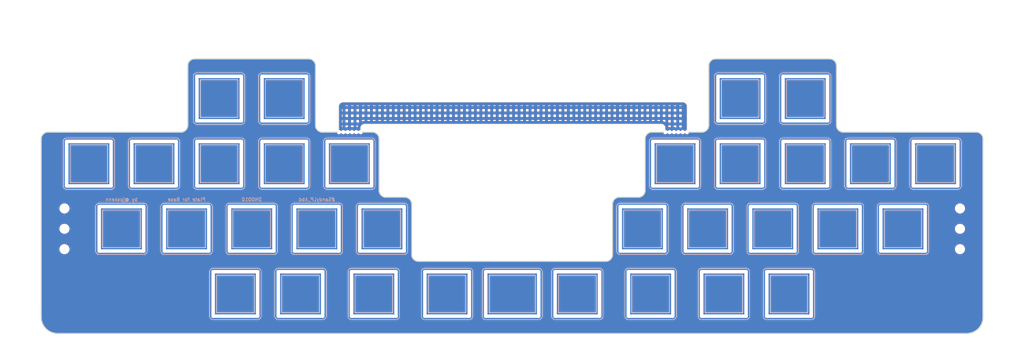
<source format=kicad_pcb>
(kicad_pcb (version 20240108) (generator "pcbnew") (generator_version "8.0")
  (title_block (title "Sandy") (date "2023-01-06") (rev "v.0") (company "@jpskenn"))
  (layers (0 "F.Cu" signal) (31 "B.Cu" signal) (34 "B.Paste" user) (35 "F.Paste" user) (36 "B.SilkS" user "B.Silkscreen") (37 "F.SilkS" user "F.Silkscreen") (38 "B.Mask" user) (39 "F.Mask" user) (44 "Edge.Cuts" user))
  (net 0 "")
  (footprint "locallib:MX-Switch-Hole-with-narrow-frame" (layer "F.Cu") (at 64.747345 84.25032)
    (property "Reference" "SW_X1" (hide yes))
    (property "Value" "SW_Push")
  )
  (footprint "locallib:MX-Switch-Hole-with-narrow-frame" (layer "F.Cu") (at 74.272345 65.20032)
    (property "Reference" "SW_S1" (hide yes))
    (property "Value" "SW_Push")
  )
  (footprint "locallib:MX-Switch-Hole-with-narrow-frame" (layer "F.Cu") (at 255.247345 84.25032)
    (property "Reference" "SW_>1" (hide yes))
    (property "Value" "SW_Push")
  )
  (footprint "locallib:SandyLP_outline_Plate_Base_small_panel" (layer "F.Cu") (at 17.122345 17.57532)
    (property "Reference" "REF**" (hide yes))
    (property "Value" "60_Outline" (hide yes))
    (fp_line (start 5.1125 92.51871) (end 5.1125 40.39996) (stroke (width 0.3)) (layer "Edge.Cuts"))
    (fp_line (start 7.1125 38.39996) (end 45.9875 38.39996) (stroke (width 0.3)) (layer "Edge.Cuts"))
    (fp_line (start 47.9875 18.96871) (end 47.9875 36.39996) (stroke (width 0.3)) (layer "Edge.Cuts"))
    (fp_line (start 49.9875 16.96871) (end 83.325 16.96871) (stroke (width 0.3)) (layer "Edge.Cuts"))
    (fp_line (start 85.325 18.96871) (end 85.325 36.39996) (stroke (width 0.3)) (layer "Edge.Cuts"))
    (fp_line (start 87.325 38.39996) (end 92.165554 38.399957) (stroke (width 0.3)) (layer "Edge.Cuts"))
    (fp_line (start 92.165554 30.859335) (end 92.165554 38.399957) (stroke (width 0.12)) (layer "Edge.Cuts"))
    (fp_line (start 98.515551 37.209335) (end 98.515554 38.39996) (stroke (width 0.12)) (layer "Edge.Cuts"))
    (fp_line (start 98.515554 38.39996) (end 101.946875 38.39996) (stroke (width 0.3)) (layer "Edge.Cuts"))
    (fp_line (start 99.706179 36.018707) (end 186.462576 36.01871) (stroke (width 0.12)) (layer "Edge.Cuts"))
    (fp_line (start 103.946875 40.39996) (end 103.946875 55.44996) (stroke (width 0.3)) (layer "Edge.Cuts"))
    (fp_line (start 105.946875 57.44996) (end 111.471875 57.44996) (stroke (width 0.3)) (layer "Edge.Cuts"))
    (fp_line (start 113.471875 59.44996) (end 113.471875 74.2) (stroke (width 0.3)) (layer "Edge.Cuts"))
    (fp_line (start 170.228125 76.2) (end 115.471875 76.2) (stroke (width 0.3)) (layer "Edge.Cuts"))
    (fp_line (start 172.228125 59.44996) (end 172.228125 74.2) (stroke (width 0.3)) (layer "Edge.Cuts"))
    (fp_line (start 179.753125 57.44996) (end 174.228125 57.44996) (stroke (width 0.3)) (layer "Edge.Cuts"))
    (fp_line (start 181.753125 40.39996) (end 181.753125 55.44996) (stroke (width 0.3)) (layer "Edge.Cuts"))
    (fp_line (start 187.653201 37.209335) (end 187.653201 38.39996) (stroke (width 0.12)) (layer "Edge.Cuts"))
    (fp_line (start 187.653201 38.39996) (end 183.753125 38.39996) (stroke (width 0.3)) (layer "Edge.Cuts"))
    (fp_line (start 192.812576 29.66871) (end 93.356179 29.66871) (stroke (width 0.12)) (layer "Edge.Cuts"))
    (fp_line (start 194.003201 38.39996) (end 194.003201 30.859335) (stroke (width 0.1)) (layer "Edge.Cuts"))
    (fp_line (start 198.375 38.39996) (end 194.003201 38.39996) (stroke (width 0.3)) (layer "Edge.Cuts"))
    (fp_line (start 200.375 18.96871) (end 200.375 36.39996) (stroke (width 0.3)) (layer "Edge.Cuts"))
    (fp_line (start 235.7125 16.96871) (end 202.375 16.96871) (stroke (width 0.3)) (layer "Edge.Cuts"))
    (fp_line (start 237.7125 18.96871) (end 237.7125 36.39996) (stroke (width 0.3)) (layer "Edge.Cuts"))
    (fp_line (start 275.825 97.28121) (end 9.875 97.28121) (stroke (width 0.3)) (layer "Edge.Cuts"))
    (fp_line (start 278.5875 38.39996) (end 239.7125 38.39996) (stroke (width 0.3)) (layer "Edge.Cuts"))
    (fp_line (start 280.5875 40.39996) (end 280.5875 92.51871) (stroke (width 0.3)) (layer "Edge.Cuts"))
    (fp_arc (start 5.1125 40.39996) (mid 5.698286 38.985746) (end 7.1125 38.39996) (stroke (width 0.3)) (layer "Edge.Cuts"))
    (fp_arc (start 9.875 97.28121) (mid 6.507401 95.886309) (end 5.1125 92.51871) (stroke (width 0.3)) (layer "Edge.Cuts"))
    (fp_arc (start 47.9875 18.96871) (mid 48.573283 17.55449) (end 49.9875 16.96871) (stroke (width 0.3)) (layer "Edge.Cuts"))
    (fp_arc (start 47.9875 36.39996) (mid 47.401714 37.814174) (end 45.9875 38.39996) (stroke (width 0.3)) (layer "Edge.Cuts"))
    (fp_arc (start 83.325 16.96871) (mid 84.739239 17.554468) (end 85.325 18.96871) (stroke (width 0.3)) (layer "Edge.Cuts"))
    (fp_arc (start 87.325 38.39996) (mid 85.910801 37.814171) (end 85.325 36.39996) (stroke (width 0.3)) (layer "Edge.Cuts"))
    (fp_arc (start 92.165554 30.859335) (mid 92.514237 30.017377) (end 93.356179 29.66871) (stroke (width 0.12)) (layer "Edge.Cuts"))
    (fp_arc (start 98.515551 37.209335) (mid 98.864235 36.367375) (end 99.706179 36.018707) (stroke (width 0.12)) (layer "Edge.Cuts"))
    (fp_arc (start 101.946875 38.39996) (mid 103.361119 38.985735) (end 103.946875 40.39996) (stroke (width 0.3)) (layer "Edge.Cuts"))
    (fp_arc (start 105.946875 57.44996) (mid 104.532692 56.864162) (end 103.946875 55.44996) (stroke (width 0.3)) (layer "Edge.Cuts"))
    (fp_arc (start 111.471875 57.44996) (mid 112.886119 58.035735) (end 113.471875 59.44996) (stroke (width 0.3)) (layer "Edge.Cuts"))
    (fp_arc (start 115.471875 76.2) (mid 114.057678 75.614205) (end 113.471875 74.2) (stroke (width 0.3)) (layer "Edge.Cuts"))
    (fp_arc (start 172.228125 59.44996) (mid 172.813927 58.035781) (end 174.228125 57.44996) (stroke (width 0.3)) (layer "Edge.Cuts"))
    (fp_arc (start 172.228125 74.2) (mid 171.64234 75.614222) (end 170.228125 76.2) (stroke (width 0.3)) (layer "Edge.Cuts"))
    (fp_arc (start 181.753125 40.39996) (mid 182.338927 38.985781) (end 183.753125 38.39996) (stroke (width 0.3)) (layer "Edge.Cuts"))
    (fp_arc (start 181.753125 55.44996) (mid 181.167354 56.864208) (end 179.753125 57.44996) (stroke (width 0.3)) (layer "Edge.Cuts"))
    (fp_arc (start 186.462576 36.01871) (mid 187.304449 36.367459) (end 187.653201 37.209335) (stroke (width 0.12)) (layer "Edge.Cuts"))
    (fp_arc (start 192.812576 29.66871) (mid 193.654478 30.01743) (end 194.003201 30.859335) (stroke (width 0.12)) (layer "Edge.Cuts"))
    (fp_arc (start 200.375 18.96871) (mid 200.960812 17.554519) (end 202.375 16.96871) (stroke (width 0.3)) (layer "Edge.Cuts"))
    (fp_arc (start 200.375 36.39996) (mid 199.789228 37.814199) (end 198.375 38.39996) (stroke (width 0.3)) (layer "Edge.Cuts"))
    (fp_arc (start 235.7125 16.96871) (mid 237.12671 17.554497) (end 237.7125 18.96871) (stroke (width 0.3)) (layer "Edge.Cuts"))
    (fp_arc (start 239.7125 38.39996) (mid 238.298265 37.814177) (end 237.7125 36.39996) (stroke (width 0.3)) (layer "Edge.Cuts"))
    (fp_arc (start 278.5875 38.39996) (mid 280.001728 38.985744) (end 280.5875 40.39996) (stroke (width 0.3)) (layer "Edge.Cuts"))
    (fp_arc (start 280.5875 92.51871) (mid 279.192593 95.8863) (end 275.825 97.28121) (stroke (width 0.3)) (layer "Edge.Cuts"))
  )
  (footprint "locallib:MX-Switch-Hole-with-narrow-frame" (layer "F.Cu") (at 55.222345 65.20032)
    (property "Reference" "SW_A1" (hide yes))
    (property "Value" "SW_Push")
  )
  (footprint "locallib:MX-Switch-Hole-with-narrow-frame" (layer "F.Cu") (at 226.672345 46.15032)
    (property "Reference" "SW_I1" (hide yes))
    (property "Value" "SW_Push")
  )
  (footprint "locallib:MX-Switch-Hole-with-narrow-frame" (layer "F.Cu") (at 93.322345 65.20032)
    (property "Reference" "SW_D1" (hide yes))
    (property "Value" "SW_Push")
  )
  (footprint "locallib:MX-Switch-Hole-with-narrow-frame" (layer "F.Cu") (at 74.272345 46.15032)
    (property "Reference" "SW_W1" (hide yes))
    (property "Value" "SW_Push")
  )
  (footprint "locallib:MX-Switch-Hole-with-narrow-frame" (layer "F.Cu") (at 207.622345 65.20032)
    (property "Reference" "SW_J1" (hide yes))
    (property "Value" "SW_Push")
  )
  (footprint "locallib:MX-Switch-Hole-with-narrow-frame" (layer "F.Cu") (at 98.084845 103.30032)
    (property "Reference" "SW_LALTu1" (hide yes))
    (property "Value" "SW_Push")
  )
  (footprint "locallib:MX-Switch-Hole-with-narrow-frame" (layer "F.Cu") (at 283.822345 65.20032)
    (property "Reference" "SW_ENT1" (hide yes))
    (property "Value" "SW_Push")
  )
  (footprint "locallib:MX-Switch-Hole-with-narrow-frame" (layer "F.Cu") (at 264.772345 65.20032)
    (property "Reference" "SW_;1" (hide yes))
    (property "Value" "SW_Push")
  )
  (footprint "locallib:MX-Switch-Hole-with-narrow-frame" (layer "F.Cu") (at 93.322345 46.15032)
    (property "Reference" "SW_E1" (hide yes))
    (property "Value" "SW_Push")
  )
  (footprint "locallib:MX-Switch-Hole-with-narrow-frame" (layer "F.Cu") (at 245.722345 46.15032)
    (property "Reference" "SW_O1" (hide yes))
    (property "Value" "SW_Push")
  )
  (footprint "locallib:MX-Switch-Hole-with-narrow-frame" (layer "F.Cu") (at 200.478595 103.30032)
    (property "Reference" "SW_RSPC1" (hide yes))
    (property "Value" "SW_Push")
  )
  (footprint "locallib:MX-Switch-Hole-for-RE(higher hole)-with-narrow-frame" (layer "F.Cu") (at 159.997345 103.30032 90)
    (property "Reference" "SW_R5CNT_C1" (hide yes))
    (property "Value" "RotaryEncoder_Switch")
  )
  (footprint "locallib:MX-Switch-Hole-with-narrow-frame" (layer "F.Cu") (at 121.897345 84.25032)
    (property "Reference" "SW_B1" (hide yes))
    (property "Value" "SW_Push")
  )
  (footprint "locallib:MX-Switch-Hole-with-narrow-frame" (layer "F.Cu") (at 274.297345 84.25032)
    (property "Reference" "SW_/1" (hide yes))
    (property "Value" "SW_Push")
  )
  (footprint "locallib:MX-Switch-Hole-with-narrow-frame" (layer "F.Cu") (at 217.147345 84.25032)
    (property "Reference" "SW_M1" (hide yes))
    (property "Value" "SW_Push")
  )
  (footprint "locallib:MX-Switch-Hole-with-narrow-frame" (layer "F.Cu") (at 45.697345 84.25032)
    (property "Reference" "SW_Z1" (hide yes))
    (property "Value" "SW_Push")
  )
  (footprint "locallib:MX-Switch-Hole-with-narrow-frame" (layer "F.Cu") (at 226.672345 65.20032)
    (property "Reference" "SW_K1" (hide yes))
    (property "Value" "SW_Push")
  )
  (footprint "locallib:MX-Switch-Hole-with-narrow-frame" (layer "F.Cu") (at 236.197345 84.25032)
    (property "Reference" "SW_<1" (hide yes))
    (property "Value" "SW_Push")
  )
  (footprint "locallib:MX-Switch-Hole-with-narrow-frame" (layer "F.Cu") (at 119.516095 103.30032)
    (property "Reference" "SW_LSPC1" (hide yes))
    (property "Value" "SW_Push")
  )
  (footprint "locallib:MX-Switch-Hole-with-narrow-frame" (layer "F.Cu") (at 79.034845 103.30032)
    (property "Reference" "SW_LWIN1" (hide yes))
    (property "Value" "SW_Push")
  )
  (footprint "locallib:MX-Switch-Hole-with-narrow-frame" (layer "F.Cu") (at 36.172345 65.20032)
    (property "Reference" "SW_CTL1" (hide yes))
    (property "Value" "SW_Push")
  )
  (footprint "locallib:MX-Switch-Hole-with-narrow-frame" (layer "F.Cu") (at 140.947345 103.30032)
    (property "Reference" "SW_R5CNT_L1" (hide yes))
    (property "Value" "SW_Push")
  )
  (footprint "locallib:MX-Switch-Hole-with-narrow-frame" (layer "F.Cu") (at 240.959845 103.30032)
    (property "Reference" "SW_RWIN1" (hide yes))
    (property "Value" "SW_Push")
  )
  (footprint "locallib:MX-Switch-Hole-with-narrow-frame" (layer "F.Cu") (at 245.722345 65.20032)
    (property "Reference" "SW_L1" (hide yes))
    (property "Value" "SW_Push")
  )
  (footprint "locallib:MX-Switch-Hole-with-narrow-frame" (layer "F.Cu") (at 102.847345 84.25032)
    (property "Reference" "SW_V1" (hide yes))
    (property "Value" "SW_Push")
  )
  (footprint "locallib:MX-Switch-Hole-with-narrow-frame" (layer "F.Cu") (at 179.047345 103.30032)
    (property "Reference" "SW_R5CNT_R1" (hide yes))
    (property "Value" "SW_Push")
  )
  (footprint "locallib:MX-Switch-Hole-with-narrow-frame" (layer "F.Cu") (at 198.097345 84.25032)
    (property "Reference" "SW_N1" (hide yes))
    (property "Value" "SW_Push")
  )
  (footprint "locallib:MX-Switch-Hole-with-narrow-frame" (layer "F.Cu") (at 83.797345 84.25032)
    (property "Reference" "SW_C1" (hide yes))
    (property "Value" "SW_Push")
  )
  (footprint "locallib:MX-Switch-Hole-with-narrow-frame" (layer "F.Cu") (at 112.372345 65.20032)
    (property "Reference" "SW_F1" (hide yes))
    (property "Value" "SW_Push")
  )
  (footprint "locallib:MX-Switch-Hole-with-narrow-frame" (layer "F.Cu") (at 221.909845 103.30032)
    (property "Reference" "SW_RALT1" (hide yes))
    (property "Value" "SW_Push")
  )
  (gr_text "DN0010" (at 83.797345 76.24407 0) (layer "B.SilkS") (effects (font (size 1 1)) (justify bottom mirror)))
  (gr_text "Plate for Base" (at 64.747345 76.24407 0) (layer "B.SilkS") (effects (font (size 1 1)) (justify bottom mirror)))
  (gr_text "#SandyLP_kbd" (at 102.847345 76.24407 0) (layer "B.SilkS") (effects (font (size 1 1)) (justify bottom mirror)))
  (gr_text "by @jpskenn" (at 45.697345 76.24407 0) (layer "B.SilkS") (effects (font (size 1 1)) (justify bottom mirror)))
  (segment (start 284.407345 109.015945) (end 285.937345 109.868445) (width 0.16) (layer "F.Cu") (net 0))
  (segment (start 264.532345 112.19157) (end 264.552345 112.20157) (width 0.16) (layer "F.Cu") (net 0))
  (segment (start 269.322345 111.38157) (end 267.62336 110.442585) (width 0.16) (layer "F.Cu") (net 0))
  (segment (start 277.842345 101.23157) (end 278.092345 101.21157) (width 0.254) (layer "F.Cu") (net 0))
  (segment (start 280.832345 109.602195) (end 278.912345 108.474695) (width 0.16) (layer "F.Cu") (net 0))
  (segment (start 274.062345 107.22157) (end 273.582345 106.97157) (width 0.16) (layer "F.Cu") (net 0))
  (segment (start 277.452345 101.41157) (end 277.842345 101.23157) (width 0.254) (layer "F.Cu") (net 0))
  (segment (start 278.802345 106.96157) (end 278.802345 104.51157) (width 0.16) (layer "F.Cu") (net 0))
  (segment (start 274.552345 102.616674) (end 274.554793 102.619122) (width 0.16) (layer "F.Cu") (net 0))
  (segment (start 269.322345 108.92157) (end 269.312345 108.91157) (width 0.16) (layer "F.Cu") (net 0))
  (segment (start 278.802345 104.51157) (end 283.042345 102.06157) (width 0.16) (layer "F.Cu") (net 0))
  (segment (start 278.282345 107.26157) (end 274.062345 109.69157) (width 0.16) (layer "F.Cu") (net 0))
  (segment (start 265.212345 108.04157) (end 264.942345 108.11157) (width 0.254) (layer "F.Cu") (net 0))
  (segment (start 279.842345 102.56157) (end 279.382345 102.85157) (width 0.254) (layer "F.Cu") (net 0))
  (segment (start 287.927345 109.254695) (end 285.972345 110.382195) (width 0.16) (layer "F.Cu") (net 0))
  (segment (start 284.874845 108.78407) (end 285.949845 109.40032) (width 0.16) (layer "F.Cu") (net 0))
  (segment (start 285.944845 108.59407) (end 286.492345 108.922195) (width 0.16) (layer "F.Cu") (net 0))
  (segment (start 285.987345 107.645945) (end 287.877345 108.754695) (width 0.16) (layer "F.Cu") (net 0))
  (segment (start 271.182345 106.56157) (end 271.172345 106.56157) (width 0.254) (layer "F.Cu") (net 0))
  (segment (start 278.802345 99.60157) (end 279.340255 99.91366) (width 0.16) (layer "F.Cu") (net 0))
  (segment (start 281.272345 109.387195) (end 281.272345 109.862195) (width 0.16) (layer "F.Cu") (net 0))
  (segment (start 279.322345 99.87157) (end 279.340255 99.91366) (width 0.16) (layer "F.Cu") (net 0))
  (segment (start 279.012345 103.05157) (end 276.802345 101.80157) (width 0.254) (layer "F.Cu") (net 0))
  (segment (start 281.682345 110.104695) (end 281.682345 110.579695) (width 0.16) (layer "F.Cu") (net 0))
  (segment (start 283.587345 103.15657) (end 283.572345 103.16157) (width 0.16) (layer "F.Cu") (net 0))
  (segment (start 273.572345 108.95157) (end 273.184246 109.173471) (width 0.16) (layer "F.Cu") (net 0))
  (segment (start 266.220417 105.803498) (end 264.562345 104.85157) (width 0.16) (layer "F.Cu") (net 0))
  (segment (start 283.112345 106.017195) (end 283.552345 106.247195) (width 0.16) (layer "F.Cu") (net 0))
  (segment (start 283.042345 104.52157) (end 278.802345 106.96157) (width 0.16) (layer "F.Cu") (net 0))
  (segment (start 285.952345 107.617195) (end 281.732345 110.047195) (width 0.16) (layer "F.Cu") (net 0))
  (segment (start 273.582345 108.94157) (end 273.572345 108.95157) (width 0.16) (layer "F.Cu") (net 0))
  (segment (start 283.042345 102.89157) (end 283.042345 104.52157) (width 0.16) (layer "F.Cu") (net 0))
  (segment (start 272.092345 104.45157) (end 274.402345 105.75157) (width 0.254) (layer "F.Cu") (net 0))
  (segment (start 275.762345 104.97157) (end 272.092345 104.45157) (width 0.254) (layer "F.Cu") (net 0))
  (segment (start 263.172345 106.68157) (end 263.002345 106.90157) (width 0.254) (layer "F.Cu") (net 0))
  (segment (start 284.397345 109.024695) (end 282.102345 110.322195) (width 0.16) (layer "F.Cu") (net 0))
  (segment (start 269.051041 106.982874) (end 269.472345 107.51157) (width 0.254) (layer "F.Cu") (net 0))
  (segment (start 268.812345 107.29157) (end 268.812345 108.63157) (width 0.16) (layer "F.Cu") (net 0))
  (segment (start 278.292345 107.25157) (end 278.282345 107.26157) (width 0.16) (layer "F.Cu") (net 0))
  (segment (start 267.62336 110.442585) (end 264.552345 112.20157) (width 0.16) (layer "F.Cu") (net 0))
  (segment (start 268.812345 109.76157) (end 267.62336 110.442585) (width 0.16) (layer "F.Cu") (net 0))
  (segment (start 279.592345 101.64157) (end 279.822345 101.86157) (width 0.254) (layer "F.Cu") (net 0))
  (segment (start 278.292345 104.80157) (end 278.292345 106.70157) (width 0.16) (layer "F.Cu") (net 0))
  (segment (start 287.932345 108.774695) (end 287.932345 109.249695) (width 0.16) (layer "F.Cu") (net 0))
  (segment (start 271.172345 106.56157) (end 270.212345 106.313135) (width 0.254) (layer "F.Cu") (net 0))
  (segment (start 274.062345 102.33157) (end 274.042345 102.34157) (width 0.16) (layer "F.Cu") (net 0))
  (segment (start 274.062345 107.22157) (end 278.292345 104.80157) (width 0.16) (layer "F.Cu") (net 0))
  (segment (start 281.622345 97.96157) (end 283.522345 98.24157) (width 0.254) (layer "F.Cu") (net 0))
  (segment (start 281.652345 110.587195) (end 282.092345 110.817195) (width 0.16) (layer "F.Cu") (net 0))
  (segment (start 264.552345 109.74157) (end 260.322345 107.30157) (width 0.16) (layer "F.Cu") (net 0))
  (segment (start 273.184246 109.173471) (end 269.322345 111.38157) (width 0.16) (layer "F.Cu") (net 0))
  (segment (start 283.072345 97.19157) (end 283.502345 98.20157) (width 0.32) (layer "F.Cu") (net 0))
  (segment (start 264.562345 104.85157) (end 260.322345 107.30157) (width 0.16) (layer "F.Cu") (net 0))
  (segment (start 287.832345 98.27157) (end 287.832345 100.72157) (width 0.16) (layer "F.Cu") (net 0))
  (segment (start 264.552345 109.74157) (end 268.812345 107.29157) (width 0.16) (layer "F.Cu") (net 0))
  (segment (start 270.212345 106.313135) (end 268.042345 105.75157) (width 0.254) (layer "F.Cu") (net 0))
  (segment (start 279.337345 98.28157) (end 283.562345 95.83157) (width 0.16) (layer "F.Cu") (net 0))
  (segment (start 263.492345 107.36157) (end 263.882345 107.36157) (width 0.254) (layer "F.Cu") (net 0))
  (segment (start 279.972345 102.41157) (end 279.842345 102.56157) (width 0.254) (layer "F.Cu") (net 0))
  (segment (start 274.042345 102.34157) (end 270.223091 104.550824) (width 0.16) (layer "F.Cu") (net 0))
  (segment (start 274.062345 109.69157) (end 273.184246 109.173471) (width 0.16) (layer "F.Cu") (net 0))
  (segment (start 265.882345 107.20157) (end 265.972345 107.39157) (width 0.254) (layer "F.Cu") (net 0))
  (segment (start 280.852345 109.617195) (end 280.852345 110.092195) (width 0.16) (layer "F.Cu") (net 0))
  (segment (start 281.272345 109.862195) (end 280.872345 110.114695) (width 0.16) (layer "F.Cu") (net 0))
  (segment (start 285.962345 108.582195) (end 285.302345 108.962195) (width 0.16) (layer "F.Cu") (net 0))
  (segment (start 279.382345 102.85157) (end 279.012345 103.05157) (width 0.254) (layer "F.Cu") (net 0))
  (segment (start 287.877345 108.754695) (end 285.972345 109.872195) (width 0.16) (layer "F.Cu") (net 0))
  (segment (start 264.942345 108.11157) (end 264.482345 108.15157) (width 0.254) (layer "F.Cu") (net 0))
  (segment (start 278.092345 101.21157) (end 278.532345 101.242529) (width 0.254) (layer "F.Cu") (net 0))
  (segment (start 264.262345 106.32157) (end 263.862345 106.37157) (width 0.254) (layer "F.Cu") (net 0))
  (segment (start 269.322345 111.38157) (end 269.322345 108.92157) (width 0.16) (layer "F.Cu") (net 0))
  (segment (start 280.002345 102.14157) (end 279.972345 102.41157) (width 0.254) (layer "F.Cu") (net 0))
  (segment (start 265.052345 106.94157) (end 265.552345 107.01157) (width 0.254) (layer "F.Cu") (net 0))
  (segment (start 263.482345 106.49157) (end 263.172345 106.68157) (width 0.254) (layer "F.Cu") (net 0))
  (segment (start 265.552345 107.01157) (end 265.882345 107.20157) (width 0.254) (layer "F.Cu") (net 0))
  (segment (start 278.892345 108.447195) (end 283.112345 106.017195) (width 0.16) (layer "F.Cu") (net 0))
  (segment (start 281.232345 109.372195) (end 280.852345 109.617195) (width 0.16) (layer "F.Cu") (net 0))
  (segment (start 283.572345 103.16157) (end 283.572345 100.73157) (width 0.16) (layer "F.Cu") (net 0))
  (segment (start 269.312345 108.91157) (end 268.812345 108.63157) (width 0.16) (layer "F.Cu") (net 0))
  (segment (start 274.552345 102.06157) (end 274.552345 102.616674) (width 0.16) (layer "F.Cu") (net 0))
  (segment (start 278.792345 99.60157) (end 278.802345 99.60157) (width 0.16) (layer "F.Cu") (net 0))
  (segment (start 287.038595 108.74782) (end 285.966095 109.39657) (width 0.16) (layer "F.Cu") (net 0))
  (segment (start 278.292345 106.70157) (end 278.292345 107.25157) (width 0.16) (layer "F.Cu") (net 0))
  (segment (start 263.862345 106.37157) (end 263.482345 106.49157) (width 0.254) (layer "F.Cu") (net 0))
  (segment (start 264.712345 106.99157) (end 265.052345 106.94157) (width 0.254) (layer "F.Cu") (net 0))
  (segment (start 285.962345 108.144695) (end 285.962345 108.619695) (width 0.16) (layer "F.Cu") (net 0))
  (segment (start 285.934845 108.113445) (end 284.862345 108.762195) (width 0.16) (layer "F.Cu") (net 0))
  (segment (start 265.972345 107.39157) (end 265.892345 107.59157) (width 0.254) (layer "F.Cu") (net 0))
  (segment (start 263.882345 107.36157) (end 264.242345 107.21157) (width 0.254) (layer "F.Cu") (net 0))
  (segment (start 278.802345 106.96157) (end 278.292345 106.70157) (width 0.16) (layer "F.Cu") (net 0))
  (segment (start 279.337345 98.28157) (end 279.322345 99.87157) (width 0.16) (layer "F.Cu") (net 0))
  (segment (start 268.812345 107.29157) (end 266.220417 105.803498) (width 0.16) (layer "F.Cu") (net 0))
  (segment (start 264.552345 112.20157) (end 264.552345 109.74157) (width 0.16) (layer "F.Cu") (net 0))
  (segment (start 263.002345 106.90157) (end 263.002345 107.07157) (width 0.254) (layer "F.Cu") (net 0))
  (segment (start 260.322345 109.78157) (end 264.532345 112.19157) (width 0.16) (layer "F.Cu") (net 0))
  (segment (start 268.042345 105.75157) (end 269.051041 106.982874) (width 0.254) (layer "F.Cu") (net 0))
  (segment (start 282.072345 110.334695) (end 282.072345 110.809695) (width 0.16) (layer "F.Cu") (net 0))
  (segment (start 283.572345 100.73157) (end 287.812345 98.28157) (width 0.16) (layer "F.Cu") (net 0))
  (segment (start 283.552345 106.247195) (end 283.552345 106.722195) (width 0.16) (layer "F.Cu") (net 0))
  (segment (start 273.462345 103.66157) (end 275.762345 104.97157) (width 0.254) (layer "F.Cu") (net 0))
  (segment (start 269.051041 106.982874) (end 270.212345 106.313135) (width 0.254) (layer "F.Cu") (net 0))
  (segment (start 265.472345 107.93157) (end 265.212345 108.04157) (width 0.254) (layer "F.Cu") (net 0))
  (segment (start 284.412345 109.054695) (end 284.412345 109.529695) (width 0.16) (layer "F.Cu") (net 0))
  (segment (start 283.562345 95.83157) (end 283.572345 95.83157) (width 0.16) (layer "F.Cu") (net 0))
  (segment (start 283.572345 95.83157) (end 287.832345 98.27157) (width 0.16) (layer "F.Cu") (net 0))
  (segment (start 283.552345 106.247195) (end 279.762345 108.462195) (width 0.16) (layer "F.Cu") (net 0))
  (segment (start 274.554793 102.619122) (end 274.062345 102.33157) (width 0.16) (layer "F.Cu") (net 0))
  (segment (start 273.582345 106.97157) (end 273.582345 108.94157) (width 0.16) (layer "F.Cu") (net 0))
  (segment (start 285.967345 108.125945) (end 287.042345 108.742195) (width 0.16) (layer "F.Cu") (net 0))
  (segment (start 283.572345 106.742195) (end 280.272345 108.652195) (width 0.16) (layer "F.Cu") (net 0))
  (segment (start 277.302345 101.49157) (end 277.452345 101.41157) (width 0.254) (layer "F.Cu") (net 0))
  (segment (start 279.762345 108.487195) (end 281.232345 109.372195) (width 0.16) (layer "F.Cu") (net 0))
  (segment (start 270.223091 104.550824) (end 269.322345 104.03157) (width 0.16) (layer "F.Cu") (net 0))
  (segment (start 269.322345 104.03157) (end 266.220417 105.803498) (width 0.16) (layer "F.Cu") (net 0))
  (segment (start 281.682345 110.104695) (end 282.112345 110.327195) (width 0.16) (layer "F.Cu") (net 0))
  (segment (start 283.572345 103.16157) (end 283.042345 102.89157) (width 0.16) (layer "F.Cu") (net 0))
  (segment (start 283.572345 100.73157) (end 283.587345 100.73157) (width 0.16) (layer "F.Cu") (net 0))
  (segment (start 280.832345 110.102195) (end 278.882345 108.974695) (width 0.16) (layer "F.Cu") (net 0))
  (segment (start 276.802345 101.80157) (end 277.302345 101.49157) (width 0.254) (layer "F.Cu") (net 0))
  (segment (start 274.552345 102.06157) (end 278.792345 99.60157) (width 0.16) (layer "F.Cu") (net 0))
  (segment (start 265.802345 107.70157) (end 265.472345 107.93157) (width 0.254) (layer "F.Cu") (net 0))
  (segment (start 284.422345 109.527195) (end 285.952345 110.379695) (width 0.16) (layer "F.Cu") (net 0))
  (segment (start 287.832345 100.72157) (end 283.587345 103.15657) (width 0.16) (layer "F.Cu") (net 0))
  (segment (start 278.872345 108.487195) (end 278.872345 108.962195) (width 0.16) (layer "F.Cu") (net 0))
  (segment (start 270.223091 104.550824) (end 273.572345 106.48157) (width 0.16) (layer "F.Cu") (net 0))
  (segment (start 279.822345 101.85157) (end 280.002345 102.14157) (width 0.254) (layer "F.Cu") (net 0))
  (segment (start 274.062345 109.69157) (end 274.062345 107.22157) (width 0.16) (layer "F.Cu") (net 0))
  (segment (start 284.387345 109.504695) (end 282.122345 110.802195) (width 0.16) (layer "F.Cu") (net 0))
  (segment (start 279.062345 101.37157) (end 279.592345 101.64157) (width 0.254) (layer "F.Cu") (net 0))
  (segment (start 263.212345 107.27157) (end 263.492345 107.36157) (width 0.254) (layer "F.Cu") (net 0))
  (segment (start 273.572345 106.48157) (end 273.582345 106.48157) (width 0.16) (layer "F.Cu") (net 0))
  (segment (start 279.340255 99.91366) (end 283.042345 102.06157) (width 0.16) (layer "F.Cu") (net 0))
  (segment (start 283.502345 98.20157) (end 283.522345 98.24157) (width 0.254) (layer "F.Cu") (net 0))
  (segment (start 278.532345 101.242529) (end 279.062345 101.37157) (width 0.254) (layer "F.Cu") (net 0))
  (segment (start 278.782345 104.50157) (end 274.552345 102.06157) (width 0.16) (layer "F.Cu") (net 0))
  (segment (start 283.522345 98.24157) (end 284.592345 98.84157) (width 0.254) (layer "F.Cu") (net 0))
  (segment (start 283.552345 106.722195) (end 283.572345 106.742195) (width 0.16) (layer "F.Cu") (net 0))
  (segment (start 260.322345 107.30157) (end 260.322345 109.78157) (width 0.16) (layer "F.Cu") (net 0))
  (segment (start 264.242345 107.21157) (end 264.712345 106.99157) (width 0.254) (layer "F.Cu") (net 0))
  (segment (start 274.554793 102.619122) (end 278.292345 104.80157) (width 0.16) (layer "F.Cu") (net 0))
  (segment (start 283.042345 102.06157) (end 283.042345 102.89157) (width 0.16) (layer "F.Cu") (net 0))
  (segment (start 263.002345 107.07157) (end 263.212345 107.27157) (width 0.254) (layer "F.Cu") (net 0))
  (segment (start 273.582345 106.48157) (end 273.582345 106.97157) (width 0.16) (layer "F.Cu") (net 0))
  (segment (start 265.892345 107.59157) (end 265.802345 107.70157) (width 0.254) (layer "F.Cu") (net 0))
  (segment (start 268.812345 108.63157) (end 268.812345 109.76157) (width 0.16) (layer "F.Cu") (net 0))
  (segment (start 283.587345 100.73157) (end 279.337345 98.28157) (width 0.16) (layer "F.Cu") (net 0))
  (segment (start 278.802345 104.51157) (end 278.782345 104.50157) (width 0.16) (layer "F.Cu") (net 0))
  (segment (start 269.322345 108.92157) (end 273.572345 106.48157) (width 0.16) (layer "F.Cu") (net 0))
  (segment (start 285.952345 109.904695) (end 285.952345 110.379695) (width 0.16) (layer "F.Cu") (net 0))
  (zone (net 0) (net_name "") (layer "F.Cu") (connect_pads (clearance 0)) (min_thickness 0.25)
    (keepout (tracks allowed) (vias allowed) (pads allowed) (copperpour not_allowed) (footprints allowed))
    (fill (thermal_gap 0.5) (thermal_bridge_width 0.5))
    (polygon (pts (xy 278.912345 104.63157) (xy 278.912345 106.73157) (xy 282.862345 104.43157) (xy 282.862345 102.43157)))
  )
  (zone (net 0) (net_name "") (layer "F.Cu") (connect_pads (clearance 0)) (min_thickness 0.25)
    (keepout (tracks allowed) (vias allowed) (pads allowed) (copperpour not_allowed) (footprints allowed))
    (fill (thermal_gap 0.5) (thermal_bridge_width 0.5))
    (polygon (pts (xy 260.512345 107.68157) (xy 260.512345 109.73157) (xy 264.362345 111.93157) (xy 264.362345 109.83157)))
  )
  (zone (net 0) (net_name "") (layer "F.Cu") (connect_pads (clearance 0)) (min_thickness 0.25)
    (keepout (tracks allowed) (vias allowed) (pads allowed) (copperpour not_allowed) (footprints allowed))
    (fill (thermal_gap 0.5) (thermal_bridge_width 0.5))
    (polygon (pts (xy 264.712345 109.83157) (xy 264.712345 111.93157) (xy 268.662345 109.63157) (xy 268.662345 107.63157)))
  )
  (zone (net 0) (net_name "") (layer "F.Cu") (connect_pads (clearance 0)) (min_thickness 0.25)
    (keepout (tracks allowed) (vias allowed) (pads allowed) (copperpour not_allowed) (footprints allowed))
    (fill (thermal_gap 0.5) (thermal_bridge_width 0.5))
    (polygon (pts (xy 274.212345 107.28157) (xy 274.212345 109.38157) (xy 278.162345 107.08157) (xy 278.162345 105.08157)))
  )
  (zone (net 0) (net_name "") (layer "F.Cu") (connect_pads (clearance 0)) (min_thickness 0.25)
    (keepout (tracks allowed) (vias allowed) (pads allowed) (copperpour not_allowed) (footprints allowed))
    (fill (thermal_gap 0.5) (thermal_bridge_width 0.5))
    (polygon (pts (xy 268.212345 109.88157) (xy 268.062345 110.43157) (xy 269.162345 111.38157) (xy 269.162345 109.38157)))
  )
  (zone (net 0) (net_name "") (layer "F.Cu") (connect_pads (clearance 0)) (min_thickness 0.25)
    (keepout (tracks allowed) (vias allowed) (pads allowed) (copperpour not_allowed) (footprints allowed))
    (fill (thermal_gap 0.5) (thermal_bridge_width 0.5))
    (polygon (pts (xy 279.562345 98.63157) (xy 279.562345 99.83157) (xy 283.412345 102.13157) (xy 283.412345 100.83157)))
  )
  (zone (net 0) (net_name "") (layer "F.Cu") (connect_pads (clearance 0)) (min_thickness 0.25)
    (keepout (tracks allowed) (vias allowed) (pads allowed) (copperpour not_allowed) (footprints allowed))
    (fill (thermal_gap 0.5) (thermal_bridge_width 0.5))
    (polygon (pts (xy 283.012345 96.38157) (xy 283.562345 96.03157) (xy 287.412345 98.23157) (xy 283.562345 100.53157) (xy 279.712345 98.28157) (xy 282.812345 96.43157) (xy 282.812345 97.08157) (xy 283.062345 97.93157) (xy 281.512345 97.73157) (xy 281.362345 98.08157) (xy 281.562345 98.23157) (xy 283.462345 98.48157) (xy 284.562345 99.08157) (xy 284.762345 99.03157) (xy 284.862345 98.78157) (xy 283.762345 98.08157) (xy 283.212345 96.93157) (xy 282.862345 96.93157)))
  )
  (zone (net 0) (net_name "") (layer "F.Cu") (connect_pads (clearance 0)) (min_thickness 0.25)
    (keepout (tracks allowed) (vias allowed) (pads allowed) (copperpour not_allowed) (footprints allowed))
    (fill (thermal_gap 0.5) (thermal_bridge_width 0.5))
    (polygon (pts (xy 264.562345 105.08157) (xy 268.362345 107.28157) (xy 264.562345 109.53157) (xy 260.712345 107.28157) (xy 264.412345 105.18157) (xy 264.362345 106.08157) (xy 263.112345 106.38157) (xy 262.712345 106.98157) (xy 263.112345 107.53157) (xy 263.912345 107.63157) (xy 265.062345 107.18157) (xy 265.662345 107.38157) (xy 265.262345 107.78157) (xy 264.262345 108.03157) (xy 264.362345 108.38157) (xy 265.462345 108.23157) (xy 266.112345 107.73157) (xy 266.162345 107.18157) (xy 265.612345 106.78157) (xy 264.712345 106.73157) (xy 263.612345 107.18157) (xy 263.412345 106.83157) (xy 264.412345 106.48157)))
  )
  (zone (net 0) (net_name "") (layer "F.Cu") (connect_pads (clearance 0)) (min_thickness 0.25)
    (keepout (tracks allowed) (vias allowed) (pads allowed) (copperpour not_allowed) (footprints allowed))
    (fill (thermal_gap 0.5) (thermal_bridge_width 0.5))
    (polygon (pts (xy 269.462345 108.98157) (xy 269.462345 111.08157) (xy 273.412345 108.78157) (xy 273.412345 106.78157)))
  )
  (zone (net 0) (net_name "") (layer "F.Cu") (connect_pads (clearance 0)) (min_thickness 0.25)
    (keepout (tracks allowed) (vias allowed) (pads allowed) (copperpour not_allowed) (footprints allowed))
    (fill (thermal_gap 0.5) (thermal_bridge_width 0.5))
    (polygon (pts (xy 274.062345 102.53157) (xy 277.912345 104.78157) (xy 274.112345 107.03157) (xy 273.762345 106.88157) (xy 273.712345 106.38157) (xy 270.612345 104.53157) (xy 273.962345 102.58157) (xy 274.012345 103.63157) (xy 273.412345 103.43157) (xy 273.212345 103.68157) (xy 273.662345 104.13157) (xy 273.512345 104.43157) (xy 271.962345 104.23157) (xy 271.862345 104.58157) (xy 274.462345 106.03157) (xy 274.662345 105.68157) (xy 274.112345 105.08157) (xy 275.962345 105.13157) (xy 275.962345 104.83157) (xy 274.062345 103.68157)))
  )
  (zone (net 0) (net_name "") (layer "F.Cu") (connect_pads (clearance 0)) (min_thickness 0.25)
    (keepout (tracks allowed) (vias allowed) (pads allowed) (copperpour not_allowed) (footprints allowed))
    (fill (thermal_gap 0.5) (thermal_bridge_width 0.5))
    (polygon (pts (xy 277.312345 101.78157) (xy 277.962345 101.48157) (xy 278.912345 101.58157) (xy 279.662345 102.03157) (xy 279.712345 102.33157) (xy 279.062345 102.78157)))
  )
  (zone (net 0) (net_name "") (layer "F.Cu") (connect_pads (clearance 0)) (min_thickness 0.25)
    (keepout (tracks allowed) (vias allowed) (pads allowed) (copperpour not_allowed) (footprints allowed))
    (fill (thermal_gap 0.5) (thermal_bridge_width 0.5))
    (polygon (pts (xy 268.162345 106.68157) (xy 266.562345 105.78157) (xy 269.312345 104.23157) (xy 273.212345 106.48157) (xy 269.362345 108.73157) (xy 268.962345 108.58157) (xy 269.012345 107.68157) (xy 269.512345 107.78157) (xy 269.712345 107.58157) (xy 269.462345 107.03157) (xy 270.262345 106.58157) (xy 271.362345 106.73157) (xy 271.412345 106.43157) (xy 267.912345 105.48157) (xy 267.812345 105.73157) (xy 268.112345 106.28157)))
  )
  (zone (net 0) (net_name "") (layer "F.Cu") (connect_pads (clearance 0)) (min_thickness 0.25)
    (keepout (tracks allowed) (vias allowed) (pads allowed) (copperpour not_allowed) (footprints allowed))
    (fill (thermal_gap 0.5) (thermal_bridge_width 0.5))
    (polygon (pts (xy 278.812345 99.83157) (xy 282.662345 102.08157) (xy 278.812345 104.33157) (xy 274.962345 102.03157) (xy 278.662345 99.88157) (xy 278.612345 100.98157) (xy 277.762345 101.03157) (xy 276.612345 101.68157) (xy 276.562345 101.98157) (xy 278.962345 103.28157) (xy 279.962345 102.78157) (xy 280.262345 102.33157) (xy 280.062345 101.73157) (xy 278.662345 100.93157)))
  )
  (zone (net 0) (net_name "") (layer "F.Cu") (connect_pads (clearance 0)) (min_thickness 0.25)
    (keepout (tracks allowed) (vias allowed) (pads allowed) (copperpour not_allowed) (footprints allowed))
    (fill (thermal_gap 0.5) (thermal_bridge_width 0.5))
    (polygon (pts (xy 283.712345 100.78157) (xy 283.712345 102.88157) (xy 287.662345 100.58157) (xy 287.662345 98.58157)))
  )
  (zone (net 0) (net_name "") (layers "F&B.Cu") (connect_pads (clearance 0.2)) (min_thickness 0.2) (fill yes (thermal_gap 0.3) (thermal_bridge_width 0.5) (island_removal_mode 1) (island_area_min 10))
    (polygon (pts (xy 309.714983 119.665945) (xy 10.178595 119.665945) (xy 10.178595 24.86907) (xy 309.673372 24.86907)))
  )
  (zone (net 0) (net_name "") (layers "F&B.Cu") (priority 1) (connect_pads (clearance 0)) (min_thickness 0.25) (fill yes (mode hatch) (thermal_gap 0.5) (thermal_bridge_width 0.5) (island_removal_mode 1) (island_area_min 10) (hatch_thickness 0.8) (hatch_gap 0.8) (hatch_orientation 0) (hatch_border_algorithm hatch_thickness) (hatch_min_hole_area 0.3))
    (polygon (pts (xy 108.122345 55.82532) (xy 212.666095 55.58782) (xy 212.666095 43.98782) (xy 108.122345 44.22532)))
  )
)
</source>
